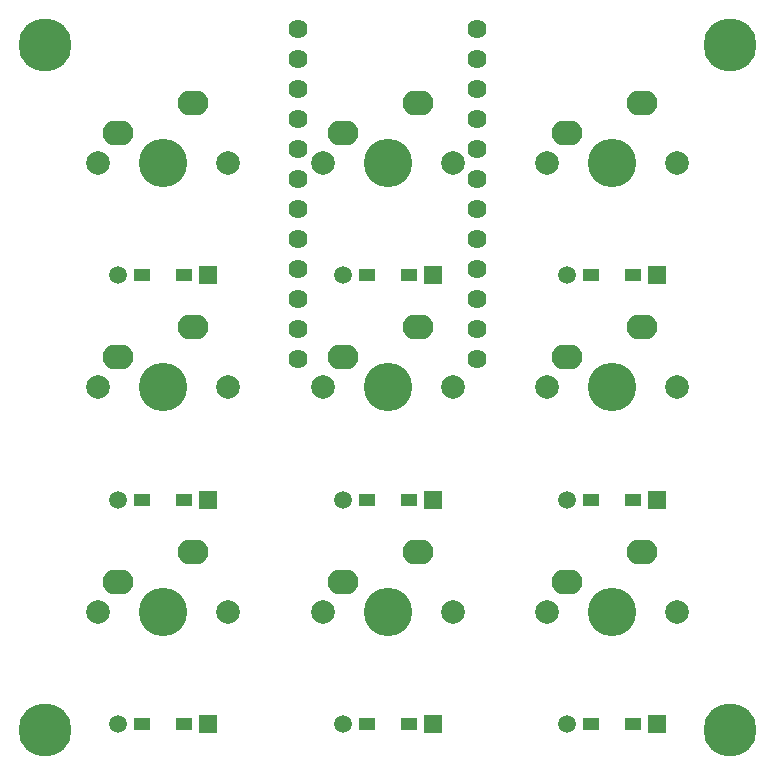
<source format=gbr>
%TF.GenerationSoftware,KiCad,Pcbnew,5.1.6-1.fc32*%
%TF.CreationDate,2020-07-09T19:44:05-05:00*%
%TF.ProjectId,source_pad,736f7572-6365-45f7-9061-642e6b696361,rev?*%
%TF.SameCoordinates,Original*%
%TF.FileFunction,Soldermask,Bot*%
%TF.FilePolarity,Negative*%
%FSLAX46Y46*%
G04 Gerber Fmt 4.6, Leading zero omitted, Abs format (unit mm)*
G04 Created by KiCad (PCBNEW 5.1.6-1.fc32) date 2020-07-09 19:44:05*
%MOMM*%
%LPD*%
G01*
G04 APERTURE LIST*
%ADD10C,4.100000*%
%ADD11C,2.000000*%
%ADD12O,2.600000X2.100000*%
%ADD13C,0.800000*%
%ADD14C,4.500000*%
%ADD15R,1.400000X1.050000*%
%ADD16C,1.497000*%
%ADD17R,1.497000X1.497000*%
%ADD18C,1.624000*%
G04 APERTURE END LIST*
D10*
%TO.C,SW6*%
X119000000Y-138000000D03*
D11*
X113500000Y-138000000D03*
X124500000Y-138000000D03*
D12*
X121540000Y-132920000D03*
X115190000Y-135460000D03*
%TD*%
D13*
%TO.C,REF\u002A\u002A*%
X91166726Y-146833274D03*
X90000000Y-146350000D03*
X88833274Y-146833274D03*
X88350000Y-148000000D03*
X88833274Y-149166726D03*
X90000000Y-149650000D03*
X91166726Y-149166726D03*
X91650000Y-148000000D03*
D14*
X90000000Y-148000000D03*
%TD*%
D13*
%TO.C,REF\u002A\u002A*%
X149166726Y-146833274D03*
X148000000Y-146350000D03*
X146833274Y-146833274D03*
X146350000Y-148000000D03*
X146833274Y-149166726D03*
X148000000Y-149650000D03*
X149166726Y-149166726D03*
X149650000Y-148000000D03*
D14*
X148000000Y-148000000D03*
%TD*%
D13*
%TO.C,REF\u002A\u002A*%
X149166726Y-88833274D03*
X148000000Y-88350000D03*
X146833274Y-88833274D03*
X146350000Y-90000000D03*
X146833274Y-91166726D03*
X148000000Y-91650000D03*
X149166726Y-91166726D03*
X149650000Y-90000000D03*
D14*
X148000000Y-90000000D03*
%TD*%
D13*
%TO.C,REF\u002A\u002A*%
X91166726Y-88833274D03*
X90000000Y-88350000D03*
X88833274Y-88833274D03*
X88350000Y-90000000D03*
X88833274Y-91166726D03*
X90000000Y-91650000D03*
X91166726Y-91166726D03*
X91650000Y-90000000D03*
D14*
X90000000Y-90000000D03*
%TD*%
D12*
%TO.C,SW1*%
X96190000Y-97460000D03*
X102540000Y-94920000D03*
D11*
X105500000Y-100000000D03*
X94500000Y-100000000D03*
D10*
X100000000Y-100000000D03*
%TD*%
%TO.C,SW2*%
X100000000Y-119000000D03*
D11*
X94500000Y-119000000D03*
X105500000Y-119000000D03*
D12*
X102540000Y-113920000D03*
X96190000Y-116460000D03*
%TD*%
D10*
%TO.C,SW3*%
X100000000Y-138000000D03*
D11*
X94500000Y-138000000D03*
X105500000Y-138000000D03*
D12*
X102540000Y-132920000D03*
X96190000Y-135460000D03*
%TD*%
%TO.C,SW4*%
X115190000Y-97460000D03*
X121540000Y-94920000D03*
D11*
X124500000Y-100000000D03*
X113500000Y-100000000D03*
D10*
X119000000Y-100000000D03*
%TD*%
%TO.C,SW5*%
X119000000Y-119000000D03*
D11*
X113500000Y-119000000D03*
X124500000Y-119000000D03*
D12*
X121540000Y-113920000D03*
X115190000Y-116460000D03*
%TD*%
D10*
%TO.C,SW7*%
X138000000Y-100000000D03*
D11*
X132500000Y-100000000D03*
X143500000Y-100000000D03*
D12*
X140540000Y-94920000D03*
X134190000Y-97460000D03*
%TD*%
%TO.C,SW8*%
X134190000Y-116460000D03*
X140540000Y-113920000D03*
D11*
X143500000Y-119000000D03*
X132500000Y-119000000D03*
D10*
X138000000Y-119000000D03*
%TD*%
D12*
%TO.C,SW9*%
X134190000Y-135460000D03*
X140540000Y-132920000D03*
D11*
X143500000Y-138000000D03*
X132500000Y-138000000D03*
D10*
X138000000Y-138000000D03*
%TD*%
D15*
%TO.C,D1*%
X98225000Y-109500000D03*
D16*
X96190000Y-109500000D03*
D17*
X103810000Y-109500000D03*
D15*
X101775000Y-109500000D03*
%TD*%
%TO.C,D2*%
X98225000Y-128500000D03*
D16*
X96190000Y-128500000D03*
D17*
X103810000Y-128500000D03*
D15*
X101775000Y-128500000D03*
%TD*%
%TO.C,D3*%
X101775000Y-147500000D03*
D17*
X103810000Y-147500000D03*
D16*
X96190000Y-147500000D03*
D15*
X98225000Y-147500000D03*
%TD*%
%TO.C,D4*%
X120775000Y-109500000D03*
D17*
X122810000Y-109500000D03*
D16*
X115190000Y-109500000D03*
D15*
X117225000Y-109500000D03*
%TD*%
%TO.C,D5*%
X120775000Y-128500000D03*
D17*
X122810000Y-128500000D03*
D16*
X115190000Y-128500000D03*
D15*
X117225000Y-128500000D03*
%TD*%
%TO.C,D6*%
X117225000Y-147500000D03*
D16*
X115190000Y-147500000D03*
D17*
X122810000Y-147500000D03*
D15*
X120775000Y-147500000D03*
%TD*%
%TO.C,D7*%
X136225000Y-109500000D03*
D16*
X134190000Y-109500000D03*
D17*
X141810000Y-109500000D03*
D15*
X139775000Y-109500000D03*
%TD*%
%TO.C,D8*%
X139775000Y-128500000D03*
D17*
X141810000Y-128500000D03*
D16*
X134190000Y-128500000D03*
D15*
X136225000Y-128500000D03*
%TD*%
%TO.C,D9*%
X139775000Y-147500000D03*
D17*
X141810000Y-147500000D03*
D16*
X134190000Y-147500000D03*
D15*
X136225000Y-147500000D03*
%TD*%
D18*
%TO.C,U1*%
X111388600Y-88622000D03*
X111388600Y-91162000D03*
X111388600Y-93702000D03*
X111388600Y-96242000D03*
X111388600Y-98782000D03*
X111388600Y-101322000D03*
X111388600Y-103862000D03*
X111388600Y-106402000D03*
X111388600Y-108942000D03*
X111388600Y-111482000D03*
X111388600Y-114022000D03*
X111388600Y-116562000D03*
X126608600Y-116562000D03*
X126608600Y-114022000D03*
X126608600Y-111482000D03*
X126608600Y-108942000D03*
X126608600Y-106402000D03*
X126608600Y-103862000D03*
X126608600Y-101322000D03*
X126608600Y-98782000D03*
X126608600Y-96242000D03*
X126608600Y-93702000D03*
X126608600Y-91162000D03*
X126608600Y-88622000D03*
%TD*%
M02*

</source>
